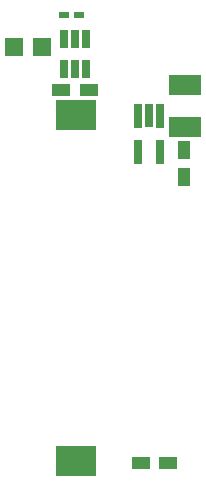
<source format=gbr>
G04 #@! TF.GenerationSoftware,KiCad,Pcbnew,(5.1.9)-1*
G04 #@! TF.CreationDate,2021-03-01T14:14:47+01:00*
G04 #@! TF.ProjectId,button timer v1.2.1_Coin_Cell,62757474-6f6e-4207-9469-6d6572207631,rev?*
G04 #@! TF.SameCoordinates,Original*
G04 #@! TF.FileFunction,Paste,Bot*
G04 #@! TF.FilePolarity,Positive*
%FSLAX46Y46*%
G04 Gerber Fmt 4.6, Leading zero omitted, Abs format (unit mm)*
G04 Created by KiCad (PCBNEW (5.1.9)-1) date 2021-03-01 14:14:47*
%MOMM*%
%LPD*%
G01*
G04 APERTURE LIST*
%ADD10R,2.794000X1.778000*%
%ADD11R,0.650000X1.500000*%
%ADD12R,0.650000X2.000000*%
%ADD13C,0.150000*%
%ADD14R,1.500000X1.100000*%
%ADD15R,1.100000X1.500000*%
%ADD16R,1.500000X1.500000*%
%ADD17R,0.900000X0.620000*%
%ADD18R,3.510000X2.540000*%
G04 APERTURE END LIST*
D10*
G04 #@! TO.C,L1*
X134975000Y-61597000D03*
X134975000Y-65153000D03*
G04 #@! TD*
D11*
G04 #@! TO.C,U2*
X125650000Y-57660000D03*
X126600000Y-57660000D03*
X124700000Y-57660000D03*
X124700000Y-60260000D03*
X125650000Y-60260000D03*
X126600000Y-60260000D03*
G04 #@! TD*
D12*
G04 #@! TO.C,U1*
X130980000Y-67220000D03*
X132880000Y-67220000D03*
X132880000Y-64170000D03*
D13*
G36*
X131605000Y-63170000D02*
G01*
X132255000Y-63170000D01*
X132255000Y-65170000D01*
X131605000Y-65170000D01*
X131605000Y-63170000D01*
G37*
D12*
X130980000Y-64170000D03*
G04 #@! TD*
D14*
G04 #@! TO.C,C1*
X126820000Y-62010000D03*
X124520000Y-62010000D03*
G04 #@! TD*
D15*
G04 #@! TO.C,C3*
X134850000Y-69400000D03*
X134850000Y-67100000D03*
G04 #@! TD*
D14*
G04 #@! TO.C,C2*
X133534800Y-93599000D03*
X131234800Y-93599000D03*
G04 #@! TD*
D16*
G04 #@! TO.C,R8*
X122880000Y-58356500D03*
X120480000Y-58356500D03*
G04 #@! TD*
D17*
G04 #@! TO.C,C4*
X126020000Y-55660000D03*
X124720000Y-55660000D03*
G04 #@! TD*
D18*
G04 #@! TO.C,BT1*
X125780800Y-93444200D03*
X125780800Y-64084200D03*
G04 #@! TD*
M02*

</source>
